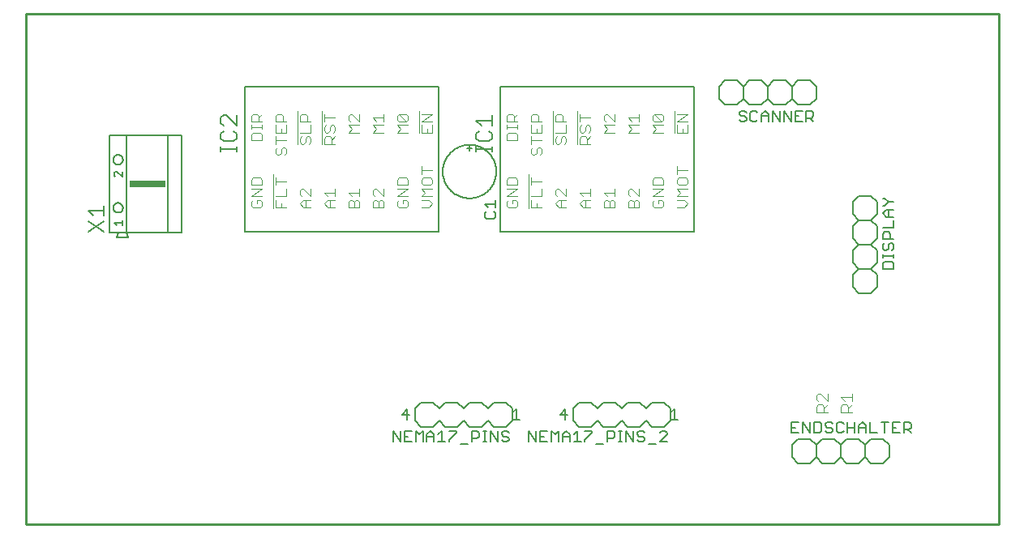
<source format=gbr>
G04 EAGLE Gerber RS-274X export*
G75*
%MOMM*%
%FSLAX34Y34*%
%LPD*%
%INSilkscreen Top*%
%IPPOS*%
%AMOC8*
5,1,8,0,0,1.08239X$1,22.5*%
G01*
%ADD10C,0.152400*%
%ADD11C,0.127000*%
%ADD12C,0.101600*%
%ADD13R,3.810000X0.762000*%
%ADD14C,0.177800*%
%ADD15C,0.254000*%


D10*
X488950Y101600D02*
X476250Y101600D01*
X469900Y107950D01*
X469900Y120650D02*
X476250Y127000D01*
X469900Y107950D02*
X463550Y101600D01*
X450850Y101600D01*
X444500Y107950D01*
X444500Y120650D02*
X450850Y127000D01*
X463550Y127000D01*
X469900Y120650D01*
X495300Y120650D02*
X495300Y107950D01*
X488950Y101600D01*
X495300Y120650D02*
X488950Y127000D01*
X476250Y127000D01*
X444500Y107950D02*
X438150Y101600D01*
X425450Y101600D01*
X419100Y107950D01*
X419100Y120650D02*
X425450Y127000D01*
X438150Y127000D01*
X444500Y120650D01*
X412750Y101600D02*
X400050Y101600D01*
X393700Y107950D01*
X393700Y120650D01*
X400050Y127000D01*
X419100Y107950D02*
X412750Y101600D01*
X419100Y120650D02*
X412750Y127000D01*
X400050Y127000D01*
D11*
X495671Y116212D02*
X499484Y120025D01*
X499484Y108585D01*
X495671Y108585D02*
X503298Y108585D01*
X385821Y108585D02*
X385821Y120025D01*
X380101Y114305D01*
X387728Y114305D01*
X371199Y97165D02*
X371199Y85725D01*
X378826Y85725D02*
X371199Y97165D01*
X378826Y97165D02*
X378826Y85725D01*
X382893Y97165D02*
X390520Y97165D01*
X382893Y97165D02*
X382893Y85725D01*
X390520Y85725D01*
X386706Y91445D02*
X382893Y91445D01*
X394587Y85725D02*
X394587Y97165D01*
X398400Y93352D01*
X402214Y97165D01*
X402214Y85725D01*
X406281Y85725D02*
X406281Y93352D01*
X410094Y97165D01*
X413907Y93352D01*
X413907Y85725D01*
X413907Y91445D02*
X406281Y91445D01*
X417975Y93352D02*
X421788Y97165D01*
X421788Y85725D01*
X417975Y85725D02*
X425601Y85725D01*
X429669Y97165D02*
X437295Y97165D01*
X437295Y95258D01*
X429669Y87632D01*
X429669Y85725D01*
X441363Y83818D02*
X448989Y83818D01*
X453057Y85725D02*
X453057Y97165D01*
X458777Y97165D01*
X460683Y95258D01*
X460683Y91445D01*
X458777Y89538D01*
X453057Y89538D01*
X464751Y85725D02*
X468564Y85725D01*
X466657Y85725D02*
X466657Y97165D01*
X464751Y97165D02*
X468564Y97165D01*
X472547Y97165D02*
X472547Y85725D01*
X480173Y85725D02*
X472547Y97165D01*
X480173Y97165D02*
X480173Y85725D01*
X489961Y97165D02*
X491867Y95258D01*
X489961Y97165D02*
X486147Y97165D01*
X484241Y95258D01*
X484241Y93352D01*
X486147Y91445D01*
X489961Y91445D01*
X491867Y89538D01*
X491867Y87632D01*
X489961Y85725D01*
X486147Y85725D01*
X484241Y87632D01*
D10*
X641350Y101600D02*
X654050Y101600D01*
X641350Y101600D02*
X635000Y107950D01*
X635000Y120650D02*
X641350Y127000D01*
X635000Y107950D02*
X628650Y101600D01*
X615950Y101600D01*
X609600Y107950D01*
X609600Y120650D02*
X615950Y127000D01*
X628650Y127000D01*
X635000Y120650D01*
X660400Y120650D02*
X660400Y107950D01*
X654050Y101600D01*
X660400Y120650D02*
X654050Y127000D01*
X641350Y127000D01*
X609600Y107950D02*
X603250Y101600D01*
X590550Y101600D01*
X584200Y107950D01*
X584200Y120650D02*
X590550Y127000D01*
X603250Y127000D01*
X609600Y120650D01*
X577850Y101600D02*
X565150Y101600D01*
X558800Y107950D01*
X558800Y120650D01*
X565150Y127000D01*
X584200Y107950D02*
X577850Y101600D01*
X584200Y120650D02*
X577850Y127000D01*
X565150Y127000D01*
D11*
X660771Y116212D02*
X664584Y120025D01*
X664584Y108585D01*
X660771Y108585D02*
X668398Y108585D01*
X550921Y108585D02*
X550921Y120025D01*
X545201Y114305D01*
X552828Y114305D01*
X512911Y97165D02*
X512911Y85725D01*
X520538Y85725D02*
X512911Y97165D01*
X520538Y97165D02*
X520538Y85725D01*
X524605Y97165D02*
X532232Y97165D01*
X524605Y97165D02*
X524605Y85725D01*
X532232Y85725D01*
X528418Y91445D02*
X524605Y91445D01*
X536299Y85725D02*
X536299Y97165D01*
X540112Y93352D01*
X543926Y97165D01*
X543926Y85725D01*
X547993Y85725D02*
X547993Y93352D01*
X551806Y97165D01*
X555620Y93352D01*
X555620Y85725D01*
X555620Y91445D02*
X547993Y91445D01*
X559687Y93352D02*
X563500Y97165D01*
X563500Y85725D01*
X559687Y85725D02*
X567313Y85725D01*
X571381Y97165D02*
X579007Y97165D01*
X579007Y95258D01*
X571381Y87632D01*
X571381Y85725D01*
X583075Y83818D02*
X590701Y83818D01*
X594769Y85725D02*
X594769Y97165D01*
X600489Y97165D01*
X602395Y95258D01*
X602395Y91445D01*
X600489Y89538D01*
X594769Y89538D01*
X606463Y85725D02*
X610276Y85725D01*
X608369Y85725D02*
X608369Y97165D01*
X606463Y97165D02*
X610276Y97165D01*
X614259Y97165D02*
X614259Y85725D01*
X621885Y85725D02*
X614259Y97165D01*
X621885Y97165D02*
X621885Y85725D01*
X631673Y97165D02*
X633579Y95258D01*
X631673Y97165D02*
X627859Y97165D01*
X625953Y95258D01*
X625953Y93352D01*
X627859Y91445D01*
X631673Y91445D01*
X633579Y89538D01*
X633579Y87632D01*
X631673Y85725D01*
X627859Y85725D01*
X625953Y87632D01*
X637647Y83818D02*
X645273Y83818D01*
X649341Y85725D02*
X656967Y85725D01*
X649341Y85725D02*
X656967Y93352D01*
X656967Y95258D01*
X655061Y97165D01*
X651247Y97165D01*
X649341Y95258D01*
D12*
X838698Y116820D02*
X850392Y116820D01*
X838698Y116820D02*
X838698Y122667D01*
X840647Y124616D01*
X844545Y124616D01*
X846494Y122667D01*
X846494Y116820D01*
X846494Y120718D02*
X850392Y124616D01*
X842596Y128514D02*
X838698Y132412D01*
X850392Y132412D01*
X850392Y128514D02*
X850392Y136310D01*
X824992Y116820D02*
X813298Y116820D01*
X813298Y122667D01*
X815247Y124616D01*
X819145Y124616D01*
X821094Y122667D01*
X821094Y116820D01*
X821094Y120718D02*
X824992Y124616D01*
X824992Y128514D02*
X824992Y136310D01*
X824992Y128514D02*
X817196Y136310D01*
X815247Y136310D01*
X813298Y134361D01*
X813298Y130463D01*
X815247Y128514D01*
D10*
X876300Y285750D02*
X869950Y292100D01*
X876300Y285750D02*
X876300Y273050D01*
X869950Y266700D01*
X857250Y266700D01*
X850900Y273050D01*
X850900Y285750D01*
X857250Y292100D01*
X876300Y323850D02*
X876300Y336550D01*
X876300Y323850D02*
X869950Y317500D01*
X857250Y317500D01*
X850900Y323850D01*
X869950Y317500D02*
X876300Y311150D01*
X876300Y298450D01*
X869950Y292100D01*
X857250Y292100D01*
X850900Y298450D01*
X850900Y311150D01*
X857250Y317500D01*
X857250Y342900D02*
X869950Y342900D01*
X876300Y336550D01*
X857250Y342900D02*
X850900Y336550D01*
X850900Y323850D01*
X876300Y260350D02*
X876300Y247650D01*
X869950Y241300D01*
X857250Y241300D01*
X850900Y247650D01*
X869950Y266700D02*
X876300Y260350D01*
X857250Y266700D02*
X850900Y260350D01*
X850900Y247650D01*
D11*
X882513Y266337D02*
X893953Y266337D01*
X893953Y272057D01*
X892046Y273964D01*
X884420Y273964D01*
X882513Y272057D01*
X882513Y266337D01*
X893953Y278031D02*
X893953Y281844D01*
X893953Y279938D02*
X882513Y279938D01*
X882513Y281844D02*
X882513Y278031D01*
X882513Y291547D02*
X884420Y293454D01*
X882513Y291547D02*
X882513Y287734D01*
X884420Y285827D01*
X886327Y285827D01*
X888233Y287734D01*
X888233Y291547D01*
X890140Y293454D01*
X892046Y293454D01*
X893953Y291547D01*
X893953Y287734D01*
X892046Y285827D01*
X893953Y297521D02*
X882513Y297521D01*
X882513Y303241D01*
X884420Y305147D01*
X888233Y305147D01*
X890140Y303241D01*
X890140Y297521D01*
X893953Y309215D02*
X882513Y309215D01*
X893953Y309215D02*
X893953Y316841D01*
X893953Y320909D02*
X886327Y320909D01*
X882513Y324722D01*
X886327Y328535D01*
X893953Y328535D01*
X888233Y328535D02*
X888233Y320909D01*
X884420Y332603D02*
X882513Y332603D01*
X884420Y332603D02*
X888233Y336416D01*
X884420Y340229D01*
X882513Y340229D01*
X888233Y336416D02*
X893953Y336416D01*
D10*
X844550Y88900D02*
X838200Y82550D01*
X844550Y88900D02*
X857250Y88900D01*
X863600Y82550D01*
X863600Y69850D01*
X857250Y63500D01*
X844550Y63500D01*
X838200Y69850D01*
X806450Y88900D02*
X793750Y88900D01*
X806450Y88900D02*
X812800Y82550D01*
X812800Y69850D01*
X806450Y63500D01*
X812800Y82550D02*
X819150Y88900D01*
X831850Y88900D01*
X838200Y82550D01*
X838200Y69850D01*
X831850Y63500D01*
X819150Y63500D01*
X812800Y69850D01*
X787400Y69850D02*
X787400Y82550D01*
X793750Y88900D01*
X787400Y69850D02*
X793750Y63500D01*
X806450Y63500D01*
X869950Y88900D02*
X882650Y88900D01*
X889000Y82550D01*
X889000Y69850D01*
X882650Y63500D01*
X863600Y82550D02*
X869950Y88900D01*
X863600Y69850D02*
X869950Y63500D01*
X882650Y63500D01*
D11*
X794900Y106563D02*
X787273Y106563D01*
X787273Y95123D01*
X794900Y95123D01*
X791086Y100843D02*
X787273Y100843D01*
X798967Y95123D02*
X798967Y106563D01*
X806593Y95123D01*
X806593Y106563D01*
X810661Y106563D02*
X810661Y95123D01*
X816381Y95123D01*
X818287Y97030D01*
X818287Y104656D01*
X816381Y106563D01*
X810661Y106563D01*
X828075Y106563D02*
X829981Y104656D01*
X828075Y106563D02*
X824262Y106563D01*
X822355Y104656D01*
X822355Y102750D01*
X824262Y100843D01*
X828075Y100843D01*
X829981Y98936D01*
X829981Y97030D01*
X828075Y95123D01*
X824262Y95123D01*
X822355Y97030D01*
X839769Y106563D02*
X841675Y104656D01*
X839769Y106563D02*
X835956Y106563D01*
X834049Y104656D01*
X834049Y97030D01*
X835956Y95123D01*
X839769Y95123D01*
X841675Y97030D01*
X845743Y95123D02*
X845743Y106563D01*
X845743Y100843D02*
X853369Y100843D01*
X853369Y106563D02*
X853369Y95123D01*
X857437Y95123D02*
X857437Y102750D01*
X861250Y106563D01*
X865063Y102750D01*
X865063Y95123D01*
X865063Y100843D02*
X857437Y100843D01*
X869131Y106563D02*
X869131Y95123D01*
X876757Y95123D01*
X884638Y95123D02*
X884638Y106563D01*
X880825Y106563D02*
X888451Y106563D01*
X892519Y106563D02*
X900145Y106563D01*
X892519Y106563D02*
X892519Y95123D01*
X900145Y95123D01*
X896332Y100843D02*
X892519Y100843D01*
X904213Y95123D02*
X904213Y106563D01*
X909933Y106563D01*
X911839Y104656D01*
X911839Y100843D01*
X909933Y98936D01*
X904213Y98936D01*
X908026Y98936D02*
X911839Y95123D01*
D10*
X755650Y438150D02*
X762000Y444500D01*
X755650Y438150D02*
X742950Y438150D01*
X736600Y444500D01*
X736600Y457200D01*
X742950Y463550D01*
X755650Y463550D01*
X762000Y457200D01*
X793750Y438150D02*
X806450Y438150D01*
X793750Y438150D02*
X787400Y444500D01*
X787400Y457200D01*
X793750Y463550D01*
X787400Y444500D02*
X781050Y438150D01*
X768350Y438150D01*
X762000Y444500D01*
X762000Y457200D01*
X768350Y463550D01*
X781050Y463550D01*
X787400Y457200D01*
X812800Y457200D02*
X812800Y444500D01*
X806450Y438150D01*
X812800Y457200D02*
X806450Y463550D01*
X793750Y463550D01*
X730250Y438150D02*
X717550Y438150D01*
X711200Y444500D01*
X711200Y457200D01*
X717550Y463550D01*
X736600Y444500D02*
X730250Y438150D01*
X736600Y457200D02*
X730250Y463550D01*
X717550Y463550D01*
D11*
X738059Y431937D02*
X739966Y430030D01*
X738059Y431937D02*
X734246Y431937D01*
X732339Y430030D01*
X732339Y428124D01*
X734246Y426217D01*
X738059Y426217D01*
X739966Y424310D01*
X739966Y422404D01*
X738059Y420497D01*
X734246Y420497D01*
X732339Y422404D01*
X749753Y431937D02*
X751660Y430030D01*
X749753Y431937D02*
X745940Y431937D01*
X744033Y430030D01*
X744033Y422404D01*
X745940Y420497D01*
X749753Y420497D01*
X751660Y422404D01*
X755727Y420497D02*
X755727Y428124D01*
X759540Y431937D01*
X763354Y428124D01*
X763354Y420497D01*
X763354Y426217D02*
X755727Y426217D01*
X767421Y420497D02*
X767421Y431937D01*
X775047Y420497D01*
X775047Y431937D01*
X779115Y431937D02*
X779115Y420497D01*
X786741Y420497D02*
X779115Y431937D01*
X786741Y431937D02*
X786741Y420497D01*
X790809Y431937D02*
X798435Y431937D01*
X790809Y431937D02*
X790809Y420497D01*
X798435Y420497D01*
X794622Y426217D02*
X790809Y426217D01*
X802503Y420497D02*
X802503Y431937D01*
X808223Y431937D01*
X810129Y430030D01*
X810129Y426217D01*
X808223Y424310D01*
X802503Y424310D01*
X806316Y424310D02*
X810129Y420497D01*
D10*
X149860Y304800D02*
X135890Y304800D01*
X74930Y304800D02*
X74930Y406400D01*
X92710Y406400D01*
X149860Y406400D02*
X149860Y304800D01*
X83820Y304800D02*
X82550Y299720D01*
X83820Y304800D02*
X74930Y304800D01*
X82550Y299720D02*
X93980Y299720D01*
X92710Y304800D01*
X83820Y304800D01*
X92710Y304800D02*
X92710Y406400D01*
X135890Y406400D01*
X135890Y304800D01*
X92710Y304800D01*
X135890Y406400D02*
X149860Y406400D01*
X78740Y380746D02*
X78742Y380888D01*
X78748Y381031D01*
X78758Y381173D01*
X78772Y381315D01*
X78790Y381456D01*
X78812Y381597D01*
X78838Y381737D01*
X78867Y381876D01*
X78901Y382015D01*
X78939Y382152D01*
X78980Y382289D01*
X79025Y382424D01*
X79074Y382558D01*
X79127Y382690D01*
X79183Y382821D01*
X79243Y382950D01*
X79307Y383078D01*
X79374Y383203D01*
X79445Y383327D01*
X79519Y383449D01*
X79596Y383568D01*
X79677Y383686D01*
X79761Y383801D01*
X79848Y383913D01*
X79939Y384023D01*
X80032Y384131D01*
X80129Y384236D01*
X80228Y384338D01*
X80330Y384437D01*
X80435Y384534D01*
X80543Y384627D01*
X80653Y384718D01*
X80765Y384805D01*
X80880Y384889D01*
X80998Y384970D01*
X81117Y385047D01*
X81239Y385121D01*
X81363Y385192D01*
X81488Y385259D01*
X81616Y385323D01*
X81745Y385383D01*
X81876Y385439D01*
X82008Y385492D01*
X82142Y385541D01*
X82277Y385586D01*
X82414Y385627D01*
X82551Y385665D01*
X82690Y385699D01*
X82829Y385728D01*
X82969Y385754D01*
X83110Y385776D01*
X83251Y385794D01*
X83393Y385808D01*
X83535Y385818D01*
X83678Y385824D01*
X83820Y385826D01*
X83962Y385824D01*
X84105Y385818D01*
X84247Y385808D01*
X84389Y385794D01*
X84530Y385776D01*
X84671Y385754D01*
X84811Y385728D01*
X84950Y385699D01*
X85089Y385665D01*
X85226Y385627D01*
X85363Y385586D01*
X85498Y385541D01*
X85632Y385492D01*
X85764Y385439D01*
X85895Y385383D01*
X86024Y385323D01*
X86152Y385259D01*
X86277Y385192D01*
X86401Y385121D01*
X86523Y385047D01*
X86642Y384970D01*
X86760Y384889D01*
X86875Y384805D01*
X86987Y384718D01*
X87097Y384627D01*
X87205Y384534D01*
X87310Y384437D01*
X87412Y384338D01*
X87511Y384236D01*
X87608Y384131D01*
X87701Y384023D01*
X87792Y383913D01*
X87879Y383801D01*
X87963Y383686D01*
X88044Y383568D01*
X88121Y383449D01*
X88195Y383327D01*
X88266Y383203D01*
X88333Y383078D01*
X88397Y382950D01*
X88457Y382821D01*
X88513Y382690D01*
X88566Y382558D01*
X88615Y382424D01*
X88660Y382289D01*
X88701Y382152D01*
X88739Y382015D01*
X88773Y381876D01*
X88802Y381737D01*
X88828Y381597D01*
X88850Y381456D01*
X88868Y381315D01*
X88882Y381173D01*
X88892Y381031D01*
X88898Y380888D01*
X88900Y380746D01*
X88898Y380604D01*
X88892Y380461D01*
X88882Y380319D01*
X88868Y380177D01*
X88850Y380036D01*
X88828Y379895D01*
X88802Y379755D01*
X88773Y379616D01*
X88739Y379477D01*
X88701Y379340D01*
X88660Y379203D01*
X88615Y379068D01*
X88566Y378934D01*
X88513Y378802D01*
X88457Y378671D01*
X88397Y378542D01*
X88333Y378414D01*
X88266Y378289D01*
X88195Y378165D01*
X88121Y378043D01*
X88044Y377924D01*
X87963Y377806D01*
X87879Y377691D01*
X87792Y377579D01*
X87701Y377469D01*
X87608Y377361D01*
X87511Y377256D01*
X87412Y377154D01*
X87310Y377055D01*
X87205Y376958D01*
X87097Y376865D01*
X86987Y376774D01*
X86875Y376687D01*
X86760Y376603D01*
X86642Y376522D01*
X86523Y376445D01*
X86401Y376371D01*
X86277Y376300D01*
X86152Y376233D01*
X86024Y376169D01*
X85895Y376109D01*
X85764Y376053D01*
X85632Y376000D01*
X85498Y375951D01*
X85363Y375906D01*
X85226Y375865D01*
X85089Y375827D01*
X84950Y375793D01*
X84811Y375764D01*
X84671Y375738D01*
X84530Y375716D01*
X84389Y375698D01*
X84247Y375684D01*
X84105Y375674D01*
X83962Y375668D01*
X83820Y375666D01*
X83678Y375668D01*
X83535Y375674D01*
X83393Y375684D01*
X83251Y375698D01*
X83110Y375716D01*
X82969Y375738D01*
X82829Y375764D01*
X82690Y375793D01*
X82551Y375827D01*
X82414Y375865D01*
X82277Y375906D01*
X82142Y375951D01*
X82008Y376000D01*
X81876Y376053D01*
X81745Y376109D01*
X81616Y376169D01*
X81488Y376233D01*
X81363Y376300D01*
X81239Y376371D01*
X81117Y376445D01*
X80998Y376522D01*
X80880Y376603D01*
X80765Y376687D01*
X80653Y376774D01*
X80543Y376865D01*
X80435Y376958D01*
X80330Y377055D01*
X80228Y377154D01*
X80129Y377256D01*
X80032Y377361D01*
X79939Y377469D01*
X79848Y377579D01*
X79761Y377691D01*
X79677Y377806D01*
X79596Y377924D01*
X79519Y378043D01*
X79445Y378165D01*
X79374Y378289D01*
X79307Y378414D01*
X79243Y378542D01*
X79183Y378671D01*
X79127Y378802D01*
X79074Y378934D01*
X79025Y379068D01*
X78980Y379203D01*
X78939Y379340D01*
X78901Y379477D01*
X78867Y379616D01*
X78838Y379755D01*
X78812Y379895D01*
X78790Y380036D01*
X78772Y380177D01*
X78758Y380319D01*
X78748Y380461D01*
X78742Y380604D01*
X78740Y380746D01*
X78740Y330454D02*
X78742Y330596D01*
X78748Y330739D01*
X78758Y330881D01*
X78772Y331023D01*
X78790Y331164D01*
X78812Y331305D01*
X78838Y331445D01*
X78867Y331584D01*
X78901Y331723D01*
X78939Y331860D01*
X78980Y331997D01*
X79025Y332132D01*
X79074Y332266D01*
X79127Y332398D01*
X79183Y332529D01*
X79243Y332658D01*
X79307Y332786D01*
X79374Y332911D01*
X79445Y333035D01*
X79519Y333157D01*
X79596Y333276D01*
X79677Y333394D01*
X79761Y333509D01*
X79848Y333621D01*
X79939Y333731D01*
X80032Y333839D01*
X80129Y333944D01*
X80228Y334046D01*
X80330Y334145D01*
X80435Y334242D01*
X80543Y334335D01*
X80653Y334426D01*
X80765Y334513D01*
X80880Y334597D01*
X80998Y334678D01*
X81117Y334755D01*
X81239Y334829D01*
X81363Y334900D01*
X81488Y334967D01*
X81616Y335031D01*
X81745Y335091D01*
X81876Y335147D01*
X82008Y335200D01*
X82142Y335249D01*
X82277Y335294D01*
X82414Y335335D01*
X82551Y335373D01*
X82690Y335407D01*
X82829Y335436D01*
X82969Y335462D01*
X83110Y335484D01*
X83251Y335502D01*
X83393Y335516D01*
X83535Y335526D01*
X83678Y335532D01*
X83820Y335534D01*
X83962Y335532D01*
X84105Y335526D01*
X84247Y335516D01*
X84389Y335502D01*
X84530Y335484D01*
X84671Y335462D01*
X84811Y335436D01*
X84950Y335407D01*
X85089Y335373D01*
X85226Y335335D01*
X85363Y335294D01*
X85498Y335249D01*
X85632Y335200D01*
X85764Y335147D01*
X85895Y335091D01*
X86024Y335031D01*
X86152Y334967D01*
X86277Y334900D01*
X86401Y334829D01*
X86523Y334755D01*
X86642Y334678D01*
X86760Y334597D01*
X86875Y334513D01*
X86987Y334426D01*
X87097Y334335D01*
X87205Y334242D01*
X87310Y334145D01*
X87412Y334046D01*
X87511Y333944D01*
X87608Y333839D01*
X87701Y333731D01*
X87792Y333621D01*
X87879Y333509D01*
X87963Y333394D01*
X88044Y333276D01*
X88121Y333157D01*
X88195Y333035D01*
X88266Y332911D01*
X88333Y332786D01*
X88397Y332658D01*
X88457Y332529D01*
X88513Y332398D01*
X88566Y332266D01*
X88615Y332132D01*
X88660Y331997D01*
X88701Y331860D01*
X88739Y331723D01*
X88773Y331584D01*
X88802Y331445D01*
X88828Y331305D01*
X88850Y331164D01*
X88868Y331023D01*
X88882Y330881D01*
X88892Y330739D01*
X88898Y330596D01*
X88900Y330454D01*
X88898Y330312D01*
X88892Y330169D01*
X88882Y330027D01*
X88868Y329885D01*
X88850Y329744D01*
X88828Y329603D01*
X88802Y329463D01*
X88773Y329324D01*
X88739Y329185D01*
X88701Y329048D01*
X88660Y328911D01*
X88615Y328776D01*
X88566Y328642D01*
X88513Y328510D01*
X88457Y328379D01*
X88397Y328250D01*
X88333Y328122D01*
X88266Y327997D01*
X88195Y327873D01*
X88121Y327751D01*
X88044Y327632D01*
X87963Y327514D01*
X87879Y327399D01*
X87792Y327287D01*
X87701Y327177D01*
X87608Y327069D01*
X87511Y326964D01*
X87412Y326862D01*
X87310Y326763D01*
X87205Y326666D01*
X87097Y326573D01*
X86987Y326482D01*
X86875Y326395D01*
X86760Y326311D01*
X86642Y326230D01*
X86523Y326153D01*
X86401Y326079D01*
X86277Y326008D01*
X86152Y325941D01*
X86024Y325877D01*
X85895Y325817D01*
X85764Y325761D01*
X85632Y325708D01*
X85498Y325659D01*
X85363Y325614D01*
X85226Y325573D01*
X85089Y325535D01*
X84950Y325501D01*
X84811Y325472D01*
X84671Y325446D01*
X84530Y325424D01*
X84389Y325406D01*
X84247Y325392D01*
X84105Y325382D01*
X83962Y325376D01*
X83820Y325374D01*
X83678Y325376D01*
X83535Y325382D01*
X83393Y325392D01*
X83251Y325406D01*
X83110Y325424D01*
X82969Y325446D01*
X82829Y325472D01*
X82690Y325501D01*
X82551Y325535D01*
X82414Y325573D01*
X82277Y325614D01*
X82142Y325659D01*
X82008Y325708D01*
X81876Y325761D01*
X81745Y325817D01*
X81616Y325877D01*
X81488Y325941D01*
X81363Y326008D01*
X81239Y326079D01*
X81117Y326153D01*
X80998Y326230D01*
X80880Y326311D01*
X80765Y326395D01*
X80653Y326482D01*
X80543Y326573D01*
X80435Y326666D01*
X80330Y326763D01*
X80228Y326862D01*
X80129Y326964D01*
X80032Y327069D01*
X79939Y327177D01*
X79848Y327287D01*
X79761Y327399D01*
X79677Y327514D01*
X79596Y327632D01*
X79519Y327751D01*
X79445Y327873D01*
X79374Y327997D01*
X79307Y328122D01*
X79243Y328250D01*
X79183Y328379D01*
X79127Y328510D01*
X79074Y328642D01*
X79025Y328776D01*
X78980Y328911D01*
X78939Y329048D01*
X78901Y329185D01*
X78867Y329324D01*
X78838Y329463D01*
X78812Y329603D01*
X78790Y329744D01*
X78772Y329885D01*
X78758Y330027D01*
X78748Y330169D01*
X78742Y330312D01*
X78740Y330454D01*
D11*
X79622Y314666D02*
X82503Y311785D01*
X79622Y314666D02*
X88265Y314666D01*
X88265Y311785D02*
X88265Y317547D01*
X88265Y362585D02*
X88265Y368347D01*
X88265Y362585D02*
X82503Y368347D01*
X81062Y368347D01*
X79622Y366907D01*
X79622Y364026D01*
X81062Y362585D01*
D13*
X114300Y355600D03*
D14*
X68961Y316366D02*
X52945Y305689D01*
X52945Y316366D02*
X68961Y305689D01*
X58284Y322061D02*
X52945Y327399D01*
X68961Y327399D01*
X68961Y322061D02*
X68961Y332738D01*
D10*
X450850Y389890D02*
X450850Y394970D01*
X448310Y392430D02*
X453390Y392430D01*
X422910Y368300D02*
X422918Y368986D01*
X422944Y369671D01*
X422986Y370355D01*
X423045Y371039D01*
X423120Y371720D01*
X423212Y372400D01*
X423321Y373077D01*
X423447Y373751D01*
X423589Y374422D01*
X423747Y375089D01*
X423922Y375752D01*
X424113Y376411D01*
X424320Y377064D01*
X424543Y377713D01*
X424782Y378355D01*
X425037Y378992D01*
X425307Y379622D01*
X425593Y380246D01*
X425893Y380862D01*
X426209Y381471D01*
X426540Y382072D01*
X426885Y382664D01*
X427245Y383248D01*
X427619Y383823D01*
X428007Y384388D01*
X428408Y384944D01*
X428824Y385490D01*
X429252Y386025D01*
X429694Y386550D01*
X430148Y387063D01*
X430615Y387566D01*
X431093Y388057D01*
X431584Y388535D01*
X432087Y389002D01*
X432600Y389456D01*
X433125Y389898D01*
X433660Y390326D01*
X434206Y390742D01*
X434762Y391143D01*
X435327Y391531D01*
X435902Y391905D01*
X436486Y392265D01*
X437078Y392610D01*
X437679Y392941D01*
X438288Y393257D01*
X438904Y393557D01*
X439528Y393843D01*
X440158Y394113D01*
X440795Y394368D01*
X441437Y394607D01*
X442086Y394830D01*
X442739Y395037D01*
X443398Y395228D01*
X444061Y395403D01*
X444728Y395561D01*
X445399Y395703D01*
X446073Y395829D01*
X446750Y395938D01*
X447430Y396030D01*
X448111Y396105D01*
X448795Y396164D01*
X449479Y396206D01*
X450164Y396232D01*
X450850Y396240D01*
X451536Y396232D01*
X452221Y396206D01*
X452905Y396164D01*
X453589Y396105D01*
X454270Y396030D01*
X454950Y395938D01*
X455627Y395829D01*
X456301Y395703D01*
X456972Y395561D01*
X457639Y395403D01*
X458302Y395228D01*
X458961Y395037D01*
X459614Y394830D01*
X460263Y394607D01*
X460905Y394368D01*
X461542Y394113D01*
X462172Y393843D01*
X462796Y393557D01*
X463412Y393257D01*
X464021Y392941D01*
X464622Y392610D01*
X465214Y392265D01*
X465798Y391905D01*
X466373Y391531D01*
X466938Y391143D01*
X467494Y390742D01*
X468040Y390326D01*
X468575Y389898D01*
X469100Y389456D01*
X469613Y389002D01*
X470116Y388535D01*
X470607Y388057D01*
X471085Y387566D01*
X471552Y387063D01*
X472006Y386550D01*
X472448Y386025D01*
X472876Y385490D01*
X473292Y384944D01*
X473693Y384388D01*
X474081Y383823D01*
X474455Y383248D01*
X474815Y382664D01*
X475160Y382072D01*
X475491Y381471D01*
X475807Y380862D01*
X476107Y380246D01*
X476393Y379622D01*
X476663Y378992D01*
X476918Y378355D01*
X477157Y377713D01*
X477380Y377064D01*
X477587Y376411D01*
X477778Y375752D01*
X477953Y375089D01*
X478111Y374422D01*
X478253Y373751D01*
X478379Y373077D01*
X478488Y372400D01*
X478580Y371720D01*
X478655Y371039D01*
X478714Y370355D01*
X478756Y369671D01*
X478782Y368986D01*
X478790Y368300D01*
X478782Y367614D01*
X478756Y366929D01*
X478714Y366245D01*
X478655Y365561D01*
X478580Y364880D01*
X478488Y364200D01*
X478379Y363523D01*
X478253Y362849D01*
X478111Y362178D01*
X477953Y361511D01*
X477778Y360848D01*
X477587Y360189D01*
X477380Y359536D01*
X477157Y358887D01*
X476918Y358245D01*
X476663Y357608D01*
X476393Y356978D01*
X476107Y356354D01*
X475807Y355738D01*
X475491Y355129D01*
X475160Y354528D01*
X474815Y353936D01*
X474455Y353352D01*
X474081Y352777D01*
X473693Y352212D01*
X473292Y351656D01*
X472876Y351110D01*
X472448Y350575D01*
X472006Y350050D01*
X471552Y349537D01*
X471085Y349034D01*
X470607Y348543D01*
X470116Y348065D01*
X469613Y347598D01*
X469100Y347144D01*
X468575Y346702D01*
X468040Y346274D01*
X467494Y345858D01*
X466938Y345457D01*
X466373Y345069D01*
X465798Y344695D01*
X465214Y344335D01*
X464622Y343990D01*
X464021Y343659D01*
X463412Y343343D01*
X462796Y343043D01*
X462172Y342757D01*
X461542Y342487D01*
X460905Y342232D01*
X460263Y341993D01*
X459614Y341770D01*
X458961Y341563D01*
X458302Y341372D01*
X457639Y341197D01*
X456972Y341039D01*
X456301Y340897D01*
X455627Y340771D01*
X454950Y340662D01*
X454270Y340570D01*
X453589Y340495D01*
X452905Y340436D01*
X452221Y340394D01*
X451536Y340368D01*
X450850Y340360D01*
X450164Y340368D01*
X449479Y340394D01*
X448795Y340436D01*
X448111Y340495D01*
X447430Y340570D01*
X446750Y340662D01*
X446073Y340771D01*
X445399Y340897D01*
X444728Y341039D01*
X444061Y341197D01*
X443398Y341372D01*
X442739Y341563D01*
X442086Y341770D01*
X441437Y341993D01*
X440795Y342232D01*
X440158Y342487D01*
X439528Y342757D01*
X438904Y343043D01*
X438288Y343343D01*
X437679Y343659D01*
X437078Y343990D01*
X436486Y344335D01*
X435902Y344695D01*
X435327Y345069D01*
X434762Y345457D01*
X434206Y345858D01*
X433660Y346274D01*
X433125Y346702D01*
X432600Y347144D01*
X432087Y347598D01*
X431584Y348065D01*
X431093Y348543D01*
X430615Y349034D01*
X430148Y349537D01*
X429694Y350050D01*
X429252Y350575D01*
X428824Y351110D01*
X428408Y351656D01*
X428007Y352212D01*
X427619Y352777D01*
X427245Y353352D01*
X426885Y353936D01*
X426540Y354528D01*
X426209Y355129D01*
X425893Y355738D01*
X425593Y356354D01*
X425307Y356978D01*
X425037Y357608D01*
X424782Y358245D01*
X424543Y358887D01*
X424320Y359536D01*
X424113Y360189D01*
X423922Y360848D01*
X423747Y361511D01*
X423589Y362178D01*
X423447Y362849D01*
X423321Y363523D01*
X423212Y364200D01*
X423120Y364880D01*
X423045Y365561D01*
X422986Y366245D01*
X422944Y366929D01*
X422918Y367614D01*
X422910Y368300D01*
D11*
X466715Y324597D02*
X468622Y326504D01*
X466715Y324597D02*
X466715Y320784D01*
X468622Y318877D01*
X476248Y318877D01*
X478155Y320784D01*
X478155Y324597D01*
X476248Y326504D01*
X470529Y330571D02*
X466715Y334384D01*
X478155Y334384D01*
X478155Y330571D02*
X478155Y338198D01*
D15*
X-12700Y533400D02*
X1003300Y533400D01*
X1003300Y0D01*
X-12700Y0D01*
X-12700Y533400D01*
D11*
X685700Y457000D02*
X685700Y305000D01*
X482700Y305000D01*
X482700Y457000D01*
X685700Y457000D01*
D12*
X665226Y431800D02*
X665226Y408412D01*
X667248Y408920D02*
X667248Y416716D01*
X667248Y408920D02*
X678942Y408920D01*
X678942Y416716D01*
X673095Y412818D02*
X673095Y408920D01*
X678942Y420614D02*
X667248Y420614D01*
X678942Y428410D01*
X667248Y428410D01*
X653542Y408920D02*
X641848Y408920D01*
X645746Y412818D01*
X641848Y416716D01*
X653542Y416716D01*
X651593Y420614D02*
X643797Y420614D01*
X641848Y422563D01*
X641848Y426461D01*
X643797Y428410D01*
X651593Y428410D01*
X653542Y426461D01*
X653542Y422563D01*
X651593Y420614D01*
X643797Y428410D01*
X628142Y408920D02*
X616448Y408920D01*
X620346Y412818D01*
X616448Y416716D01*
X628142Y416716D01*
X620346Y420614D02*
X616448Y424512D01*
X628142Y424512D01*
X628142Y420614D02*
X628142Y428410D01*
X602742Y408920D02*
X591048Y408920D01*
X594946Y412818D01*
X591048Y416716D01*
X602742Y416716D01*
X602742Y420614D02*
X602742Y428410D01*
X602742Y420614D02*
X594946Y428410D01*
X592997Y428410D01*
X591048Y426461D01*
X591048Y422563D01*
X592997Y420614D01*
X563626Y431800D02*
X563626Y396718D01*
X565648Y397226D02*
X577342Y397226D01*
X565648Y397226D02*
X565648Y403073D01*
X567597Y405022D01*
X571495Y405022D01*
X573444Y403073D01*
X573444Y397226D01*
X573444Y401124D02*
X577342Y405022D01*
X567597Y416716D02*
X565648Y414767D01*
X565648Y410869D01*
X567597Y408920D01*
X569546Y408920D01*
X571495Y410869D01*
X571495Y414767D01*
X573444Y416716D01*
X575393Y416716D01*
X577342Y414767D01*
X577342Y410869D01*
X575393Y408920D01*
X577342Y424512D02*
X565648Y424512D01*
X565648Y420614D02*
X565648Y428410D01*
X538226Y431800D02*
X538226Y396718D01*
X540248Y403073D02*
X542197Y405022D01*
X540248Y403073D02*
X540248Y399175D01*
X542197Y397226D01*
X544146Y397226D01*
X546095Y399175D01*
X546095Y403073D01*
X548044Y405022D01*
X549993Y405022D01*
X551942Y403073D01*
X551942Y399175D01*
X549993Y397226D01*
X551942Y408920D02*
X540248Y408920D01*
X551942Y408920D02*
X551942Y416716D01*
X551942Y420614D02*
X540248Y420614D01*
X540248Y426461D01*
X542197Y428410D01*
X546095Y428410D01*
X548044Y426461D01*
X548044Y420614D01*
X516797Y393328D02*
X514848Y391379D01*
X514848Y387481D01*
X516797Y385532D01*
X518746Y385532D01*
X520695Y387481D01*
X520695Y391379D01*
X522644Y393328D01*
X524593Y393328D01*
X526542Y391379D01*
X526542Y387481D01*
X524593Y385532D01*
X526542Y401124D02*
X514848Y401124D01*
X514848Y397226D02*
X514848Y405022D01*
X514848Y408920D02*
X514848Y416716D01*
X514848Y408920D02*
X526542Y408920D01*
X526542Y416716D01*
X520695Y412818D02*
X520695Y408920D01*
X526542Y420614D02*
X514848Y420614D01*
X514848Y426461D01*
X516797Y428410D01*
X520695Y428410D01*
X522644Y426461D01*
X522644Y420614D01*
X501142Y401124D02*
X489448Y401124D01*
X501142Y401124D02*
X501142Y406971D01*
X499193Y408920D01*
X491397Y408920D01*
X489448Y406971D01*
X489448Y401124D01*
X501142Y412818D02*
X501142Y416716D01*
X501142Y414767D02*
X489448Y414767D01*
X489448Y412818D02*
X489448Y416716D01*
X489448Y420614D02*
X501142Y420614D01*
X489448Y420614D02*
X489448Y426461D01*
X491397Y428410D01*
X495295Y428410D01*
X497244Y426461D01*
X497244Y420614D01*
X497244Y424512D02*
X501142Y428410D01*
X667248Y330708D02*
X675044Y330708D01*
X678942Y334606D01*
X675044Y338504D01*
X667248Y338504D01*
X667248Y342402D02*
X678942Y342402D01*
X671146Y346300D02*
X667248Y342402D01*
X671146Y346300D02*
X667248Y350198D01*
X678942Y350198D01*
X667248Y356045D02*
X667248Y359943D01*
X667248Y356045D02*
X669197Y354096D01*
X676993Y354096D01*
X678942Y356045D01*
X678942Y359943D01*
X676993Y361892D01*
X669197Y361892D01*
X667248Y359943D01*
X667248Y369688D02*
X678942Y369688D01*
X667248Y365790D02*
X667248Y373586D01*
X643797Y338504D02*
X641848Y336555D01*
X641848Y332657D01*
X643797Y330708D01*
X651593Y330708D01*
X653542Y332657D01*
X653542Y336555D01*
X651593Y338504D01*
X647695Y338504D01*
X647695Y334606D01*
X653542Y342402D02*
X641848Y342402D01*
X653542Y350198D01*
X641848Y350198D01*
X641848Y354096D02*
X653542Y354096D01*
X653542Y359943D01*
X651593Y361892D01*
X643797Y361892D01*
X641848Y359943D01*
X641848Y354096D01*
X628142Y330708D02*
X616448Y330708D01*
X616448Y336555D01*
X618397Y338504D01*
X620346Y338504D01*
X622295Y336555D01*
X624244Y338504D01*
X626193Y338504D01*
X628142Y336555D01*
X628142Y330708D01*
X622295Y330708D02*
X622295Y336555D01*
X628142Y342402D02*
X628142Y350198D01*
X628142Y342402D02*
X620346Y350198D01*
X618397Y350198D01*
X616448Y348249D01*
X616448Y344351D01*
X618397Y342402D01*
X602742Y330708D02*
X591048Y330708D01*
X591048Y336555D01*
X592997Y338504D01*
X594946Y338504D01*
X596895Y336555D01*
X598844Y338504D01*
X600793Y338504D01*
X602742Y336555D01*
X602742Y330708D01*
X596895Y330708D02*
X596895Y336555D01*
X594946Y342402D02*
X591048Y346300D01*
X602742Y346300D01*
X602742Y342402D02*
X602742Y350198D01*
X577342Y330708D02*
X569546Y330708D01*
X565648Y334606D01*
X569546Y338504D01*
X577342Y338504D01*
X571495Y338504D02*
X571495Y330708D01*
X569546Y342402D02*
X565648Y346300D01*
X577342Y346300D01*
X577342Y342402D02*
X577342Y350198D01*
X551942Y330708D02*
X544146Y330708D01*
X540248Y334606D01*
X544146Y338504D01*
X551942Y338504D01*
X546095Y338504D02*
X546095Y330708D01*
X551942Y342402D02*
X551942Y350198D01*
X551942Y342402D02*
X544146Y350198D01*
X542197Y350198D01*
X540248Y348249D01*
X540248Y344351D01*
X542197Y342402D01*
X512826Y330200D02*
X512826Y365282D01*
X514848Y330708D02*
X526542Y330708D01*
X514848Y330708D02*
X514848Y338504D01*
X520695Y334606D02*
X520695Y330708D01*
X514848Y342402D02*
X526542Y342402D01*
X526542Y350198D01*
X526542Y357994D02*
X514848Y357994D01*
X514848Y354096D02*
X514848Y361892D01*
X491397Y338504D02*
X489448Y336555D01*
X489448Y332657D01*
X491397Y330708D01*
X499193Y330708D01*
X501142Y332657D01*
X501142Y336555D01*
X499193Y338504D01*
X495295Y338504D01*
X495295Y334606D01*
X501142Y342402D02*
X489448Y342402D01*
X501142Y350198D01*
X489448Y350198D01*
X489448Y354096D02*
X501142Y354096D01*
X501142Y359943D01*
X499193Y361892D01*
X491397Y361892D01*
X489448Y359943D01*
X489448Y354096D01*
D10*
X474218Y388904D02*
X474218Y394328D01*
X474218Y391616D02*
X457948Y391616D01*
X457948Y388904D02*
X457948Y394328D01*
X457948Y407954D02*
X460660Y410665D01*
X457948Y407954D02*
X457948Y402530D01*
X460660Y399819D01*
X471506Y399819D01*
X474218Y402530D01*
X474218Y407954D01*
X471506Y410665D01*
X463371Y416190D02*
X457948Y421614D01*
X474218Y421614D01*
X474218Y427037D02*
X474218Y416190D01*
D11*
X419000Y457000D02*
X419000Y305000D01*
X216000Y305000D01*
X216000Y457000D01*
X419000Y457000D01*
D12*
X398526Y431800D02*
X398526Y408412D01*
X400548Y408920D02*
X400548Y416716D01*
X400548Y408920D02*
X412242Y408920D01*
X412242Y416716D01*
X406395Y412818D02*
X406395Y408920D01*
X412242Y420614D02*
X400548Y420614D01*
X412242Y428410D01*
X400548Y428410D01*
X386842Y408920D02*
X375148Y408920D01*
X379046Y412818D01*
X375148Y416716D01*
X386842Y416716D01*
X384893Y420614D02*
X377097Y420614D01*
X375148Y422563D01*
X375148Y426461D01*
X377097Y428410D01*
X384893Y428410D01*
X386842Y426461D01*
X386842Y422563D01*
X384893Y420614D01*
X377097Y428410D01*
X361442Y408920D02*
X349748Y408920D01*
X353646Y412818D01*
X349748Y416716D01*
X361442Y416716D01*
X353646Y420614D02*
X349748Y424512D01*
X361442Y424512D01*
X361442Y420614D02*
X361442Y428410D01*
X336042Y408920D02*
X324348Y408920D01*
X328246Y412818D01*
X324348Y416716D01*
X336042Y416716D01*
X336042Y420614D02*
X336042Y428410D01*
X336042Y420614D02*
X328246Y428410D01*
X326297Y428410D01*
X324348Y426461D01*
X324348Y422563D01*
X326297Y420614D01*
X296926Y431800D02*
X296926Y396718D01*
X298948Y397226D02*
X310642Y397226D01*
X298948Y397226D02*
X298948Y403073D01*
X300897Y405022D01*
X304795Y405022D01*
X306744Y403073D01*
X306744Y397226D01*
X306744Y401124D02*
X310642Y405022D01*
X300897Y416716D02*
X298948Y414767D01*
X298948Y410869D01*
X300897Y408920D01*
X302846Y408920D01*
X304795Y410869D01*
X304795Y414767D01*
X306744Y416716D01*
X308693Y416716D01*
X310642Y414767D01*
X310642Y410869D01*
X308693Y408920D01*
X310642Y424512D02*
X298948Y424512D01*
X298948Y420614D02*
X298948Y428410D01*
X271526Y431800D02*
X271526Y396718D01*
X273548Y403073D02*
X275497Y405022D01*
X273548Y403073D02*
X273548Y399175D01*
X275497Y397226D01*
X277446Y397226D01*
X279395Y399175D01*
X279395Y403073D01*
X281344Y405022D01*
X283293Y405022D01*
X285242Y403073D01*
X285242Y399175D01*
X283293Y397226D01*
X285242Y408920D02*
X273548Y408920D01*
X285242Y408920D02*
X285242Y416716D01*
X285242Y420614D02*
X273548Y420614D01*
X273548Y426461D01*
X275497Y428410D01*
X279395Y428410D01*
X281344Y426461D01*
X281344Y420614D01*
X250097Y393328D02*
X248148Y391379D01*
X248148Y387481D01*
X250097Y385532D01*
X252046Y385532D01*
X253995Y387481D01*
X253995Y391379D01*
X255944Y393328D01*
X257893Y393328D01*
X259842Y391379D01*
X259842Y387481D01*
X257893Y385532D01*
X259842Y401124D02*
X248148Y401124D01*
X248148Y397226D02*
X248148Y405022D01*
X248148Y408920D02*
X248148Y416716D01*
X248148Y408920D02*
X259842Y408920D01*
X259842Y416716D01*
X253995Y412818D02*
X253995Y408920D01*
X259842Y420614D02*
X248148Y420614D01*
X248148Y426461D01*
X250097Y428410D01*
X253995Y428410D01*
X255944Y426461D01*
X255944Y420614D01*
X234442Y401124D02*
X222748Y401124D01*
X234442Y401124D02*
X234442Y406971D01*
X232493Y408920D01*
X224697Y408920D01*
X222748Y406971D01*
X222748Y401124D01*
X234442Y412818D02*
X234442Y416716D01*
X234442Y414767D02*
X222748Y414767D01*
X222748Y412818D02*
X222748Y416716D01*
X222748Y420614D02*
X234442Y420614D01*
X222748Y420614D02*
X222748Y426461D01*
X224697Y428410D01*
X228595Y428410D01*
X230544Y426461D01*
X230544Y420614D01*
X230544Y424512D02*
X234442Y428410D01*
X400548Y330708D02*
X408344Y330708D01*
X412242Y334606D01*
X408344Y338504D01*
X400548Y338504D01*
X400548Y342402D02*
X412242Y342402D01*
X404446Y346300D02*
X400548Y342402D01*
X404446Y346300D02*
X400548Y350198D01*
X412242Y350198D01*
X400548Y356045D02*
X400548Y359943D01*
X400548Y356045D02*
X402497Y354096D01*
X410293Y354096D01*
X412242Y356045D01*
X412242Y359943D01*
X410293Y361892D01*
X402497Y361892D01*
X400548Y359943D01*
X400548Y369688D02*
X412242Y369688D01*
X400548Y365790D02*
X400548Y373586D01*
X377097Y338504D02*
X375148Y336555D01*
X375148Y332657D01*
X377097Y330708D01*
X384893Y330708D01*
X386842Y332657D01*
X386842Y336555D01*
X384893Y338504D01*
X380995Y338504D01*
X380995Y334606D01*
X386842Y342402D02*
X375148Y342402D01*
X386842Y350198D01*
X375148Y350198D01*
X375148Y354096D02*
X386842Y354096D01*
X386842Y359943D01*
X384893Y361892D01*
X377097Y361892D01*
X375148Y359943D01*
X375148Y354096D01*
X361442Y330708D02*
X349748Y330708D01*
X349748Y336555D01*
X351697Y338504D01*
X353646Y338504D01*
X355595Y336555D01*
X357544Y338504D01*
X359493Y338504D01*
X361442Y336555D01*
X361442Y330708D01*
X355595Y330708D02*
X355595Y336555D01*
X361442Y342402D02*
X361442Y350198D01*
X361442Y342402D02*
X353646Y350198D01*
X351697Y350198D01*
X349748Y348249D01*
X349748Y344351D01*
X351697Y342402D01*
X336042Y330708D02*
X324348Y330708D01*
X324348Y336555D01*
X326297Y338504D01*
X328246Y338504D01*
X330195Y336555D01*
X332144Y338504D01*
X334093Y338504D01*
X336042Y336555D01*
X336042Y330708D01*
X330195Y330708D02*
X330195Y336555D01*
X328246Y342402D02*
X324348Y346300D01*
X336042Y346300D01*
X336042Y342402D02*
X336042Y350198D01*
X310642Y330708D02*
X302846Y330708D01*
X298948Y334606D01*
X302846Y338504D01*
X310642Y338504D01*
X304795Y338504D02*
X304795Y330708D01*
X302846Y342402D02*
X298948Y346300D01*
X310642Y346300D01*
X310642Y342402D02*
X310642Y350198D01*
X285242Y330708D02*
X277446Y330708D01*
X273548Y334606D01*
X277446Y338504D01*
X285242Y338504D01*
X279395Y338504D02*
X279395Y330708D01*
X285242Y342402D02*
X285242Y350198D01*
X285242Y342402D02*
X277446Y350198D01*
X275497Y350198D01*
X273548Y348249D01*
X273548Y344351D01*
X275497Y342402D01*
X246126Y330200D02*
X246126Y365282D01*
X248148Y330708D02*
X259842Y330708D01*
X248148Y330708D02*
X248148Y338504D01*
X253995Y334606D02*
X253995Y330708D01*
X248148Y342402D02*
X259842Y342402D01*
X259842Y350198D01*
X259842Y357994D02*
X248148Y357994D01*
X248148Y354096D02*
X248148Y361892D01*
X224697Y338504D02*
X222748Y336555D01*
X222748Y332657D01*
X224697Y330708D01*
X232493Y330708D01*
X234442Y332657D01*
X234442Y336555D01*
X232493Y338504D01*
X228595Y338504D01*
X228595Y334606D01*
X234442Y342402D02*
X222748Y342402D01*
X234442Y350198D01*
X222748Y350198D01*
X222748Y354096D02*
X234442Y354096D01*
X234442Y359943D01*
X232493Y361892D01*
X224697Y361892D01*
X222748Y359943D01*
X222748Y354096D01*
D10*
X207518Y388904D02*
X207518Y394328D01*
X207518Y391616D02*
X191248Y391616D01*
X191248Y388904D02*
X191248Y394328D01*
X191248Y407954D02*
X193960Y410665D01*
X191248Y407954D02*
X191248Y402530D01*
X193960Y399819D01*
X204806Y399819D01*
X207518Y402530D01*
X207518Y407954D01*
X204806Y410665D01*
X207518Y416190D02*
X207518Y427037D01*
X207518Y416190D02*
X196671Y427037D01*
X193960Y427037D01*
X191248Y424325D01*
X191248Y418902D01*
X193960Y416190D01*
M02*

</source>
